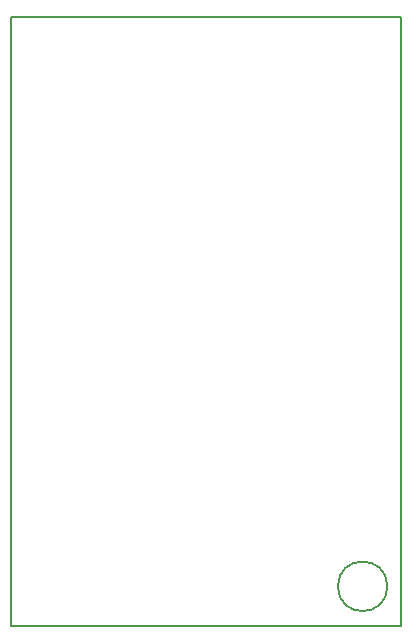
<source format=gm1>
G04 #@! TF.GenerationSoftware,KiCad,Pcbnew,(5.1.0)-1*
G04 #@! TF.CreationDate,2019-04-21T11:54:00-04:00*
G04 #@! TF.ProjectId,tpms_silencer,74706d73-5f73-4696-9c65-6e6365722e6b,rev?*
G04 #@! TF.SameCoordinates,Original*
G04 #@! TF.FileFunction,Profile,NP*
%FSLAX46Y46*%
G04 Gerber Fmt 4.6, Leading zero omitted, Abs format (unit mm)*
G04 Created by KiCad (PCBNEW (5.1.0)-1) date 2019-04-21 11:54:00*
%MOMM*%
%LPD*%
G04 APERTURE LIST*
%ADD10C,0.200000*%
G04 APERTURE END LIST*
D10*
X54728800Y-71101200D02*
G75*
G03X54728800Y-71101200I-2100000J0D01*
G01*
X22860000Y-74422000D02*
X22860000Y-22860000D01*
X55880000Y-74422000D02*
X22860000Y-74422000D01*
X55880000Y-22860000D02*
X55880000Y-74422000D01*
X22860000Y-22860000D02*
X55880000Y-22860000D01*
M02*

</source>
